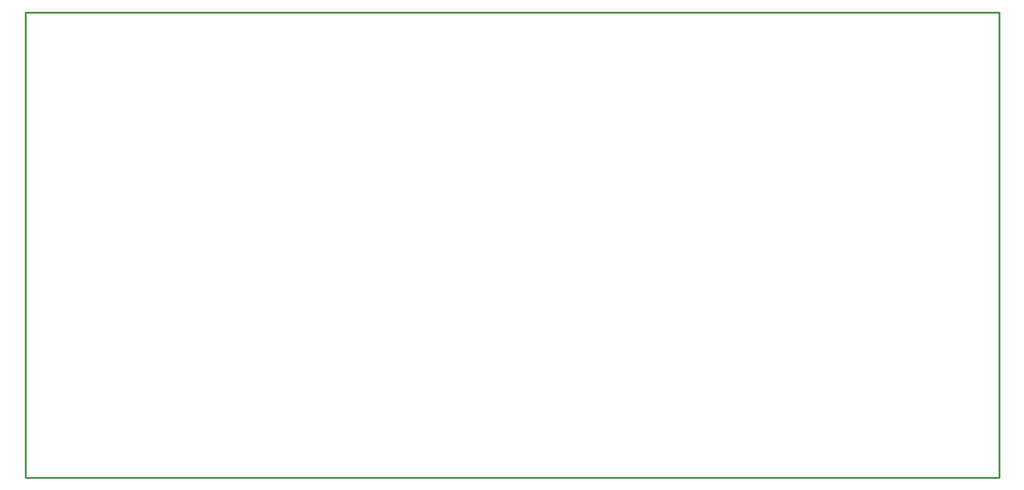
<source format=gko>
%FSLAX43Y43*%
%MOMM*%
G71*
G01*
G75*
G04 Layer_Color=16711935*
%ADD10C,0.500*%
%ADD11R,0.700X1.000*%
%ADD12R,0.700X0.600*%
%ADD13R,1.000X0.700*%
%ADD14R,0.600X0.700*%
%ADD15R,0.500X0.850*%
%ADD16R,2.950X1.450*%
%ADD17R,2.700X1.600*%
%ADD18R,1.450X2.950*%
%ADD19R,1.600X1.300*%
%ADD20R,1.600X2.000*%
%ADD21R,0.900X0.800*%
%ADD22R,1.400X1.000*%
%ADD23R,1.000X0.850*%
%ADD24R,1.800X1.800*%
%ADD25C,1.800*%
%ADD26R,1.800X1.800*%
%ADD27C,1.900*%
%ADD28C,1.000*%
%ADD29C,1.270*%
%ADD30C,0.127*%
%ADD31C,0.203*%
%ADD32R,0.903X1.203*%
%ADD33R,0.903X0.803*%
%ADD34R,1.203X0.903*%
%ADD35R,0.803X0.903*%
%ADD36R,0.703X1.053*%
%ADD37R,3.153X1.653*%
%ADD38R,2.903X1.803*%
%ADD39R,1.653X3.153*%
%ADD40R,1.803X1.503*%
%ADD41R,1.803X2.203*%
%ADD42R,1.103X1.003*%
%ADD43R,1.603X1.203*%
%ADD44R,1.203X1.053*%
%ADD45R,2.003X2.003*%
%ADD46C,2.003*%
%ADD47R,2.003X2.003*%
%ADD48C,2.103*%
%ADD49C,1.203*%
%ADD50C,1.473*%
%ADD51C,0.254*%
D51*
X45500Y27812D02*
Y91250D01*
Y27812D02*
X178330D01*
Y91250D01*
X45500D02*
X178330D01*
M02*

</source>
